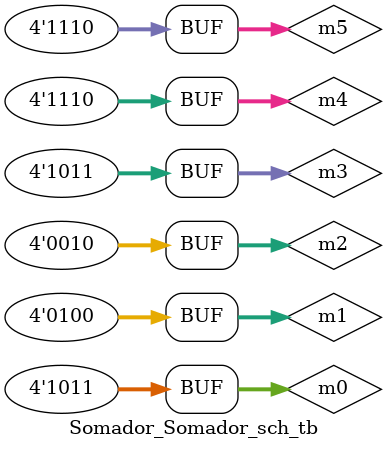
<source format=v>

`timescale 1ns / 1ps

module Somador_Somador_sch_tb();

// Inputs
   reg [3:0] m0;
   reg [3:0] m1;
   reg [3:0] m2;
   reg [3:0] m3;
   reg [3:0] m4;
   reg [3:0] m5;

// Output
   wire p_ou_i;

// Bidirs

// Instantiate the UUT
   Somador UUT (
		.m0(m0), 
		.m1(m1), 
		.m2(m2), 
		.m3(m3), 
		.m4(m4), 
		.m5(m5), 
		.impar(impar)
   );
// Initialize Inputs
   `ifdef auto_init
       initial begin
		m0 = 0;
		m1 = 0;
		m2 = 0;
		m3 = 0;
		m4 = 0;
		m5 = 0;
   `endif
	initial
	begin
		m0 = 0001;
		m1 = 0010;
		m2 = 0100;
		m3 = 0000;
		m4 = 1001;
		m5 = 0001;
		#50
		m0 = 0011;
		m1 = 0100;
		m2 = 1010;
		m3 = 0011;
		m4 = 0110;
		m5 = 0110;
		#50
		m0 = 0011;
		m1 = 0100;
		m2 = 1010;
		m3 = 0011;
		m4 = 0110;
		m5 = 0110;
		#50
		m0 = 0011;
		m1 = 0100;
		m2 = 1010;
		m3 = 0011;
		m4 = 0110;
		m5 = 0110;
	end
endmodule

</source>
